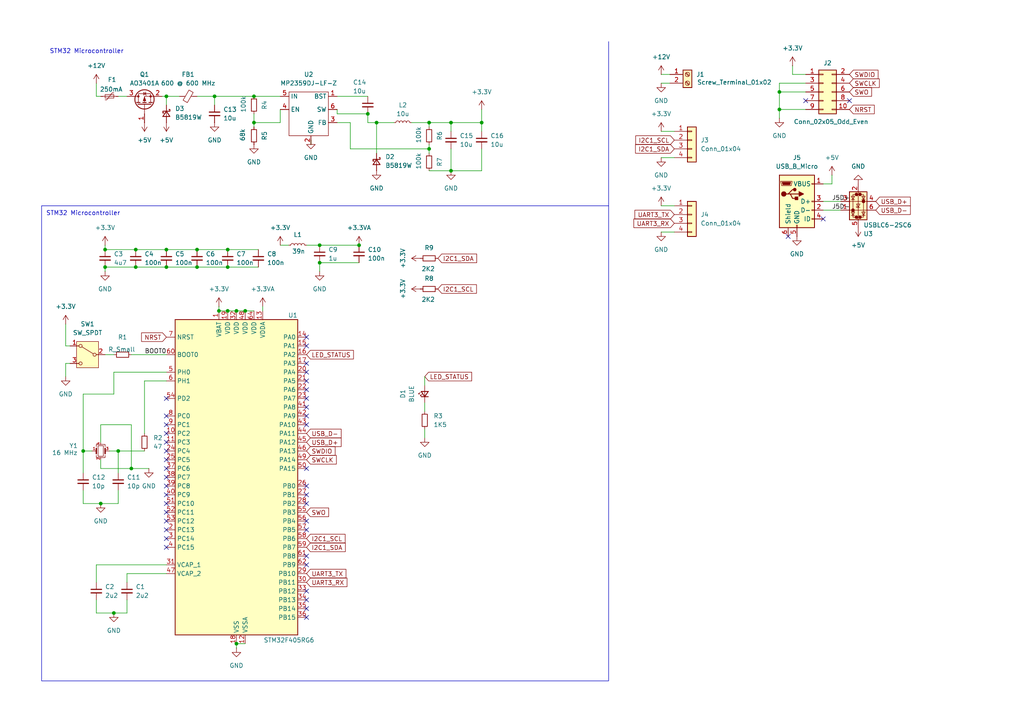
<source format=kicad_sch>
(kicad_sch (version 20231120) (generator "eeschema") (generator_version "8.0")
  (paper "A4")
  (title_block (title "STM32") (date "2024-12-11") (rev "V1.0") (company "NAYEB"))
  (lib_symbols
    (symbol "Connector:Screw_Terminal_01x02" (pin_names (offset 1.016) hide)
      (property "Reference" "J" (at 0 2.54 0))
      (property "Value" "Screw_Terminal_01x02" (at 0 -5.08 0))
      (symbol "Screw_Terminal_01x02_1_1"
        (pin passive line (at -5.08 0 0) (length 3.81) (name "Pin_1") (number "1"))
        (pin passive line (at -5.08 -2.54 0) (length 3.81) (name "Pin_2") (number "2"))
      )
    )
    (symbol "Connector:USB_B_Micro" (pin_names (offset 1.016))
      (property "Reference" "J" (at -5.08 11.43 0))
      (property "Value" "USB_B_Micro" (at -5.08 8.89 0))
      (symbol "USB_B_Micro_1_1"
        (pin power_out line (at 7.62 5.08 180) (length 2.54) (name "VBUS") (number "1"))
        (pin bidirectional line (at 7.62 -2.54 180) (length 2.54) (name "D-") (number "2"))
        (pin bidirectional line (at 7.62 0 180) (length 2.54) (name "D+") (number "3"))
        (pin passive line (at 7.62 -5.08 180) (length 2.54) (name "ID") (number "4"))
        (pin power_out line (at 0 -10.16 90) (length 2.54) (name "GND") (number "5"))
        (pin passive line (at -2.54 -10.16 90) (length 2.54) (name "Shield") (number "6"))
      )
    )
    (symbol "Connector_Generic:Conn_01x04" (pin_names (offset 1.016) hide)
      (property "Reference" "J" (at 0 5.08 0))
      (property "Value" "Conn_01x04" (at 0 -7.62 0))
      (symbol "Conn_01x04_1_1"
        (pin passive line (at -5.08 2.54 0) (length 3.81) (name "Pin_1") (number "1"))
        (pin passive line (at -5.08 0 0) (length 3.81) (name "Pin_2") (number "2"))
        (pin passive line (at -5.08 -2.54 0) (length 3.81) (name "Pin_3") (number "3"))
        (pin passive line (at -5.08 -5.08 0) (length 3.81) (name "Pin_4") (number "4"))
      )
    )
    (symbol "Connector_Generic:Conn_02x05_Odd_Even" (pin_names (offset 1.016) hide)
      (property "Reference" "J" (at 1.27 7.62 0))
      (property "Value" "Conn_02x05_Odd_Even" (at 1.27 -7.62 0))
      (symbol "Conn_02x05_Odd_Even_1_1"
        (pin passive line (at -5.08 5.08 0) (length 3.81) (name "Pin_1") (number "1"))
        (pin passive line (at 7.62 -5.08 180) (length 3.81) (name "Pin_10") (number "10"))
        (pin passive line (at 7.62 5.08 180) (length 3.81) (name "Pin_2") (number "2"))
        (pin passive line (at -5.08 2.54 0) (length 3.81) (name "Pin_3") (number "3"))
        (pin passive line (at 7.62 2.54 180) (length 3.81) (name "Pin_4") (number "4"))
        (pin passive line (at -5.08 0 0) (length 3.81) (name "Pin_5") (number "5"))
        (pin passive line (at 7.62 0 180) (length 3.81) (name "Pin_6") (number "6"))
        (pin passive line (at -5.08 -2.54 0) (length 3.81) (name "Pin_7") (number "7"))
        (pin passive line (at 7.62 -2.54 180) (length 3.81) (name "Pin_8") (number "8"))
        (pin passive line (at -5.08 -5.08 0) (length 3.81) (name "Pin_9") (number "9"))
      )
    )
    (symbol "Device:C_Small" (pin_numbers hide) (pin_names (offset 0.254) hide)
      (property "Reference" "C" (at 0.254 1.778 0))
      (property "Value" "C_Small" (at 0.254 -2.032 0))
      (symbol "C_Small_1_1"
        (pin passive line (at 0 2.54 270) (length 2.032) (name "~") (number "1"))
        (pin passive line (at 0 -2.54 90) (length 2.032) (name "~") (number "2"))
      )
    )
    (symbol "Device:Crystal_GND24_Small" (pin_names (offset 1.016) hide)
      (property "Reference" "Y" (at 1.27 4.445 0))
      (property "Value" "Crystal_GND24_Small" (at 1.27 2.54 0))
      (symbol "Crystal_GND24_Small_1_1"
        (pin passive line (at -2.54 0 0) (length 1.27) (name "1") (number "1"))
        (pin passive line (at 0 -2.54 90) (length 0.635) (name "2") (number "2"))
        (pin passive line (at 2.54 0 180) (length 1.27) (name "3") (number "3"))
        (pin passive line (at 0 2.54 270) (length 0.635) (name "4") (number "4"))
      )
    )
    (symbol "Device:D_Schottky_Small" (pin_numbers hide) (pin_names (offset 0.254) hide)
      (property "Reference" "D" (at -1.27 2.032 0))
      (property "Value" "D_Schottky_Small" (at -7.112 -2.032 0))
      (symbol "D_Schottky_Small_1_1"
        (pin passive line (at -2.54 0 0) (length 1.778) (name "K") (number "1"))
        (pin passive line (at 2.54 0 180) (length 1.778) (name "A") (number "2"))
      )
    )
    (symbol "Device:FerriteBead_Small" (pin_numbers hide) (pin_names (offset 0))
      (property "Reference" "FB" (at 1.905 1.27 0))
      (property "Value" "FerriteBead_Small" (at 1.905 -1.27 0))
      (symbol "FerriteBead_Small_1_1"
        (pin passive line (at 0 2.54 270) (length 1.27) (name "~") (number "1"))
        (pin passive line (at 0 -2.54 90) (length 1.27) (name "~") (number "2"))
      )
    )
    (symbol "Device:LED_Small" (pin_numbers hide) (pin_names (offset 0.254) hide)
      (property "Reference" "D" (at -1.27 3.175 0))
      (property "Value" "LED_Small" (at -4.445 -2.54 0))
      (symbol "LED_Small_1_1"
        (pin passive line (at -2.54 0 0) (length 1.778) (name "K") (number "1"))
        (pin passive line (at 2.54 0 180) (length 1.778) (name "A") (number "2"))
      )
    )
    (symbol "Device:L_Small" (pin_numbers hide) (pin_names (offset 0.254) hide)
      (property "Reference" "L" (at 0.762 1.016 0))
      (property "Value" "L_Small" (at 0.762 -1.016 0))
      (symbol "L_Small_1_1"
        (pin passive line (at 0 2.54 270) (length 0.508) (name "~") (number "1"))
        (pin passive line (at 0 -2.54 90) (length 0.508) (name "~") (number "2"))
      )
    )
    (symbol "Device:Polyfuse_Small" (pin_numbers hide) (pin_names (offset 0))
      (property "Reference" "F" (at -1.905 0 90))
      (property "Value" "Polyfuse_Small" (at 1.905 0 90))
      (symbol "Polyfuse_Small_1_1"
        (pin passive line (at 0 2.54 270) (length 0.635) (name "~") (number "1"))
        (pin passive line (at 0 -2.54 90) (length 0.635) (name "~") (number "2"))
      )
    )
    (symbol "Device:R_Small" (pin_numbers hide) (pin_names (offset 0.254) hide)
      (property "Reference" "R" (at 0.762 0.508 0))
      (property "Value" "R_Small" (at 0.762 -1.016 0))
      (symbol "R_Small_1_1"
        (pin passive line (at 0 2.54 270) (length 0.762) (name "~") (number "1"))
        (pin passive line (at 0 -2.54 90) (length 0.762) (name "~") (number "2"))
      )
    )
    (symbol "MCU_ST_STM32F4:STM32F405RGTx"
      (property "Reference" "U" (at -17.78 46.99 0))
      (property "Value" "STM32F405RGTx" (at 10.16 46.99 0))
      (symbol "STM32F405RGTx_1_1"
        (pin power_in line (at -5.08 48.26 270) (length 2.54) (name "VBAT") (number "1"))
        (pin bidirectional line (at -20.32 12.7 0) (length 2.54) (name "PC2") (number "10"))
        (pin bidirectional line (at -20.32 10.16 0) (length 2.54) (name "PC3") (number "11"))
        (pin power_in line (at 2.54 -48.26 90) (length 2.54) (name "VSSA") (number "12"))
        (pin power_in line (at 7.62 48.26 270) (length 2.54) (name "VDDA") (number "13"))
        (pin bidirectional line (at 20.32 40.64 180) (length 2.54) (name "PA0") (number "14"))
        (pin bidirectional line (at 20.32 38.1 180) (length 2.54) (name "PA1") (number "15"))
        (pin bidirectional line (at 20.32 35.56 180) (length 2.54) (name "PA2") (number "16"))
        (pin bidirectional line (at 20.32 33.02 180) (length 2.54) (name "PA3") (number "17"))
        (pin power_in line (at 0 -48.26 90) (length 2.54) (name "VSS") (number "18"))
        (pin power_in line (at -2.54 48.26 270) (length 2.54) (name "VDD") (number "19"))
        (pin bidirectional line (at -20.32 -15.24 0) (length 2.54) (name "PC13") (number "2"))
        (pin bidirectional line (at 20.32 30.48 180) (length 2.54) (name "PA4") (number "20"))
        (pin bidirectional line (at 20.32 27.94 180) (length 2.54) (name "PA5") (number "21"))
        (pin bidirectional line (at 20.32 25.4 180) (length 2.54) (name "PA6") (number "22"))
        (pin bidirectional line (at 20.32 22.86 180) (length 2.54) (name "PA7") (number "23"))
        (pin bidirectional line (at -20.32 7.62 0) (length 2.54) (name "PC4") (number "24"))
        (pin bidirectional line (at -20.32 5.08 0) (length 2.54) (name "PC5") (number "25"))
        (pin bidirectional line (at 20.32 -2.54 180) (length 2.54) (name "PB0") (number "26"))
        (pin bidirectional line (at 20.32 -5.08 180) (length 2.54) (name "PB1") (number "27"))
        (pin bidirectional line (at 20.32 -7.62 180) (length 2.54) (name "PB2") (number "28"))
        (pin bidirectional line (at 20.32 -27.94 180) (length 2.54) (name "PB10") (number "29"))
        (pin bidirectional line (at -20.32 -17.78 0) (length 2.54) (name "PC14") (number "3"))
        (pin bidirectional line (at 20.32 -30.48 180) (length 2.54) (name "PB11") (number "30"))
        (pin power_out line (at -20.32 -25.4 0) (length 2.54) (name "VCAP_1") (number "31"))
        (pin power_in line (at 0 48.26 270) (length 2.54) (name "VDD") (number "32"))
        (pin bidirectional line (at 20.32 -33.02 180) (length 2.54) (name "PB12") (number "33"))
        (pin bidirectional line (at 20.32 -35.56 180) (length 2.54) (name "PB13") (number "34"))
        (pin bidirectional line (at 20.32 -38.1 180) (length 2.54) (name "PB14") (number "35"))
        (pin bidirectional line (at 20.32 -40.64 180) (length 2.54) (name "PB15") (number "36"))
        (pin bidirectional line (at -20.32 2.54 0) (length 2.54) (name "PC6") (number "37"))
        (pin bidirectional line (at -20.32 0 0) (length 2.54) (name "PC7") (number "38"))
        (pin bidirectional line (at -20.32 -2.54 0) (length 2.54) (name "PC8") (number "39"))
        (pin bidirectional line (at -20.32 -20.32 0) (length 2.54) (name "PC15") (number "4"))
        (pin bidirectional line (at -20.32 -5.08 0) (length 2.54) (name "PC9") (number "40"))
        (pin bidirectional line (at 20.32 20.32 180) (length 2.54) (name "PA8") (number "41"))
        (pin bidirectional line (at 20.32 17.78 180) (length 2.54) (name "PA9") (number "42"))
        (pin bidirectional line (at 20.32 15.24 180) (length 2.54) (name "PA10") (number "43"))
        (pin bidirectional line (at 20.32 12.7 180) (length 2.54) (name "PA11") (number "44"))
        (pin bidirectional line (at 20.32 10.16 180) (length 2.54) (name "PA12") (number "45"))
        (pin bidirectional line (at 20.32 7.62 180) (length 2.54) (name "PA13") (number "46"))
        (pin power_out line (at -20.32 -27.94 0) (length 2.54) (name "VCAP_2") (number "47"))
        (pin power_in line (at 2.54 48.26 270) (length 2.54) (name "VDD") (number "48"))
        (pin bidirectional line (at 20.32 5.08 180) (length 2.54) (name "PA14") (number "49"))
        (pin bidirectional line (at -20.32 30.48 0) (length 2.54) (name "PH0") (number "5"))
        (pin bidirectional line (at 20.32 2.54 180) (length 2.54) (name "PA15") (number "50"))
        (pin bidirectional line (at -20.32 -7.62 0) (length 2.54) (name "PC10") (number "51"))
        (pin bidirectional line (at -20.32 -10.16 0) (length 2.54) (name "PC11") (number "52"))
        (pin bidirectional line (at -20.32 -12.7 0) (length 2.54) (name "PC12") (number "53"))
        (pin bidirectional line (at -20.32 22.86 0) (length 2.54) (name "PD2") (number "54"))
        (pin bidirectional line (at 20.32 -10.16 180) (length 2.54) (name "PB3") (number "55"))
        (pin bidirectional line (at 20.32 -12.7 180) (length 2.54) (name "PB4") (number "56"))
        (pin bidirectional line (at 20.32 -15.24 180) (length 2.54) (name "PB5") (number "57"))
        (pin bidirectional line (at 20.32 -17.78 180) (length 2.54) (name "PB6") (number "58"))
        (pin bidirectional line (at 20.32 -20.32 180) (length 2.54) (name "PB7") (number "59"))
        (pin bidirectional line (at -20.32 27.94 0) (length 2.54) (name "PH1") (number "6"))
        (pin input line (at -20.32 35.56 0) (length 2.54) (name "BOOT0") (number "60"))
        (pin bidirectional line (at 20.32 -22.86 180) (length 2.54) (name "PB8") (number "61"))
        (pin bidirectional line (at 20.32 -25.4 180) (length 2.54) (name "PB9") (number "62"))
        (pin passive line (at 0 -48.26 90) (length 2.54) hide (name "VSS") (number "63"))
        (pin power_in line (at 5.08 48.26 270) (length 2.54) (name "VDD") (number "64"))
        (pin input line (at -20.32 40.64 0) (length 2.54) (name "NRST") (number "7"))
        (pin bidirectional line (at -20.32 17.78 0) (length 2.54) (name "PC0") (number "8"))
        (pin bidirectional line (at -20.32 15.24 0) (length 2.54) (name "PC1") (number "9"))
      )
    )
    (symbol "Nayeb_lib:MP2359DJ-LF-Z"
      (property "Reference" "U" (at 0 5.334 0))
      (property "Value" "MP2359DJ-LF-Z" (at 2.032 2.286 0))
      (symbol "MP2359DJ-LF-Z_1_1"
        (pin input line (at 10.16 -1.27 180) (length 2.54) (name "BST") (number "1"))
        (pin input line (at 2.54 -15.24 90) (length 2.54) (name "GND") (number "2"))
        (pin input line (at 10.16 -8.89 180) (length 2.54) (name "FB") (number "3"))
        (pin input line (at -6.35 -5.08 0) (length 2.54) (name "EN") (number "4"))
        (pin input line (at -6.35 -1.27 0) (length 2.54) (name "IN") (number "5"))
        (pin input line (at 10.16 -5.08 180) (length 2.54) (name "SW") (number "6"))
      )
    )
    (symbol "Power_Protection:USBLC6-2SC6" (pin_names hide)
      (property "Reference" "U" (at 0.635 5.715 0))
      (property "Value" "USBLC6-2SC6" (at 0.635 3.81 0))
      (symbol "USBLC6-2SC6_1_1"
        (pin passive line (at -5.08 0 0) (length 2.54) (name "I/O1") (number "1"))
        (pin passive line (at 0 -7.62 90) (length 2.54) (name "GND") (number "2"))
        (pin passive line (at -5.08 -2.54 0) (length 2.54) (name "I/O2") (number "3"))
        (pin passive line (at 5.08 -2.54 180) (length 2.54) (name "I/O2") (number "4"))
        (pin passive line (at 0 5.08 270) (length 2.54) (name "VBUS") (number "5"))
        (pin passive line (at 5.08 0 180) (length 2.54) (name "I/O1") (number "6"))
      )
    )
    (symbol "Switch:SW_SPDT" (pin_names (offset 0) hide)
      (property "Reference" "SW" (at 0 5.08 0))
      (property "Value" "SW_SPDT" (at 0 -5.08 0))
      (symbol "SW_SPDT_1_1"
        (pin passive line (at 5.08 2.54 180) (length 2.54) (name "A") (number "1"))
        (pin passive line (at -5.08 0 0) (length 2.54) (name "B") (number "2"))
        (pin passive line (at 5.08 -2.54 180) (length 2.54) (name "C") (number "3"))
      )
    )
    (symbol "Transistor_FET:AO3401A" (pin_names hide)
      (property "Reference" "Q" (at 5.08 1.905 0))
      (property "Value" "AO3401A" (at 5.08 0 0))
      (symbol "AO3401A_1_1"
        (pin input line (at -5.08 0 0) (length 2.54) (name "G") (number "1"))
        (pin passive line (at 2.54 -5.08 90) (length 2.54) (name "S") (number "2"))
        (pin passive line (at 2.54 5.08 270) (length 2.54) (name "D") (number "3"))
      )
    )
    (symbol "power:+12V" (power) (pin_numbers hide) (pin_names (offset 0) hide)
      (property "Value" "+12V" (at 0 3.556 0))
      (symbol "+12V_1_1"
        (pin power_in line (at 0 0 90) (length 0) (name "~") (number "1"))
      )
    )
    (symbol "power:+3.3V" (power) (pin_numbers hide) (pin_names (offset 0) hide)
      (property "Value" "+3.3V" (at 0 3.556 0))
      (symbol "+3.3V_1_1"
        (pin power_in line (at 0 0 90) (length 0) (name "~") (number "1"))
      )
    )
    (symbol "power:+3.3VA" (power) (pin_numbers hide) (pin_names (offset 0) hide)
      (property "Value" "+3.3VA" (at 0 3.556 0))
      (symbol "+3.3VA_1_1"
        (pin power_in line (at 0 0 90) (length 0) (name "~") (number "1"))
      )
    )
    (symbol "power:+5V" (power) (pin_numbers hide) (pin_names (offset 0) hide)
      (property "Value" "+5V" (at 0 3.556 0))
      (symbol "+5V_1_1"
        (pin power_in line (at 0 0 90) (length 0) (name "~") (number "1"))
      )
    )
    (symbol "power:GND" (power) (pin_numbers hide) (pin_names (offset 0) hide)
      (property "Value" "GND" (at 0 -3.81 0))
      (symbol "GND_1_1"
        (pin power_in line (at 0 0 270) (length 0) (name "~") (number "1"))
      )
    )
  )
  (junction (at 139.7 35.56))
  (junction (at 30.48 72.39))
  (junction (at 39.37 77.47))
  (junction (at 29.21 146.05))
  (junction (at 226.06 26.67))
  (junction (at 92.71 76.2))
  (junction (at 66.04 90.17))
  (junction (at 63.5 90.17))
  (junction (at 34.29 130.81))
  (junction (at 24.13 130.81))
  (junction (at 226.06 31.75))
  (junction (at 73.66 35.56))
  (junction (at 48.26 77.47))
  (junction (at 104.14 71.12))
  (junction (at 71.12 90.17))
  (junction (at 73.66 27.94))
  (junction (at 57.15 77.47))
  (junction (at 33.02 177.8))
  (junction (at 124.46 43.18))
  (junction (at 130.81 49.53))
  (junction (at 38.1 135.89))
  (junction (at 124.46 35.56))
  (junction (at 106.68 33.02))
  (junction (at 92.71 71.12))
  (junction (at 62.23 27.94))
  (junction (at 66.04 77.47))
  (junction (at 39.37 72.39))
  (junction (at 68.58 186.69))
  (junction (at 48.26 72.39))
  (junction (at 68.58 90.17))
  (junction (at 130.81 35.56))
  (junction (at 109.22 35.56))
  (junction (at 48.26 27.94))
  (junction (at 57.15 72.39))
  (junction (at 66.04 72.39))
  (junction (at 30.48 77.47))
  (no_connect (at 48.26 120.65))
  (no_connect (at 48.26 135.89))
  (no_connect (at 88.9 140.97))
  (no_connect (at 88.9 151.13))
  (no_connect (at 48.26 143.51))
  (no_connect (at 48.26 153.67))
  (no_connect (at 88.9 143.51))
  (no_connect (at 88.9 176.53))
  (no_connect (at 48.26 148.59))
  (no_connect (at 88.9 100.33))
  (no_connect (at 88.9 97.79))
  (no_connect (at 88.9 173.99))
  (no_connect (at 48.26 146.05))
  (no_connect (at 88.9 105.41))
  (no_connect (at 48.26 130.81))
  (no_connect (at 48.26 158.75))
  (no_connect (at 238.76 63.5))
  (no_connect (at 48.26 140.97))
  (no_connect (at 48.26 151.13))
  (no_connect (at 48.26 138.43))
  (no_connect (at 88.9 113.03))
  (no_connect (at 88.9 135.89))
  (no_connect (at 88.9 123.19))
  (no_connect (at 88.9 107.95))
  (no_connect (at 88.9 118.11))
  (no_connect (at 48.26 156.21))
  (no_connect (at 88.9 153.67))
  (no_connect (at 88.9 179.07))
  (no_connect (at 228.6 68.58))
  (no_connect (at 88.9 146.05))
  (no_connect (at 88.9 161.29))
  (no_connect (at 48.26 133.35))
  (no_connect (at 88.9 115.57))
  (no_connect (at 233.68 29.21))
  (no_connect (at 88.9 110.49))
  (no_connect (at 48.26 128.27))
  (no_connect (at 48.26 125.73))
  (no_connect (at 48.26 115.57))
  (no_connect (at 48.26 123.19))
  (no_connect (at 88.9 163.83))
  (no_connect (at 88.9 120.65))
  (no_connect (at 246.38 29.21))
  (no_connect (at 88.9 171.45))
  (wire (pts (xy 226.06 26.67) (xy 226.06 31.75)))
  (wire (pts (xy 81.28 35.56) (xy 81.28 31.75)))
  (wire (pts (xy 66.04 90.17) (xy 68.58 90.17)))
  (wire (pts (xy 27.94 27.94) (xy 29.21 27.94)))
  (wire (pts (xy 30.48 72.39) (xy 39.37 72.39)))
  (wire (pts (xy 62.23 27.94) (xy 62.23 30.48)))
  (wire (pts (xy 73.66 35.56) (xy 81.28 35.56)))
  (wire (pts (xy 19.05 105.41) (xy 20.32 105.41)))
  (wire (pts (xy 36.83 166.37) (xy 48.26 166.37)))
  (wire (pts (xy 68.58 186.69) (xy 71.12 186.69)))
  (wire (pts (xy 34.29 130.81) (xy 41.91 130.81)))
  (wire (pts (xy 139.7 31.75) (xy 139.7 35.56)))
  (wire (pts (xy 24.13 142.24) (xy 24.13 146.05)))
  (wire (pts (xy 27.94 163.83) (xy 48.26 163.83)))
  (wire (pts (xy 30.48 102.87) (xy 33.02 102.87)))
  (wire (pts (xy 62.23 27.94) (xy 73.66 27.94)))
  (wire (pts (xy 76.2 88.9) (xy 76.2 90.17)))
  (wire (pts (xy 238.76 53.34) (xy 241.3 53.34)))
  (wire (pts (xy 41.91 110.49) (xy 48.26 110.49)))
  (wire (pts (xy 34.29 27.94) (xy 36.83 27.94)))
  (wire (pts (xy 191.77 38.1) (xy 195.58 38.1)))
  (wire (pts (xy 68.58 186.69) (xy 68.58 187.96)))
  (wire (pts (xy 41.91 110.49) (xy 41.91 125.73)))
  (wire (pts (xy 109.22 35.56) (xy 109.22 44.45)))
  (wire (pts (xy 139.7 49.53) (xy 130.81 49.53)))
  (wire (pts (xy 27.94 24.13) (xy 27.94 27.94)))
  (wire (pts (xy 123.19 111.76) (xy 123.19 109.22)))
  (wire (pts (xy 191.77 24.13) (xy 194.31 24.13)))
  (wire (pts (xy 92.71 76.2) (xy 104.14 76.2)))
  (wire (pts (xy 238.76 58.42) (xy 243.84 58.42)))
  (wire (pts (xy 226.06 31.75) (xy 233.68 31.75)))
  (wire (pts (xy 139.7 38.1) (xy 139.7 35.56)))
  (wire (pts (xy 109.22 35.56) (xy 106.68 35.56)))
  (wire (pts (xy 48.26 72.39) (xy 57.15 72.39)))
  (wire (pts (xy 101.6 43.18) (xy 124.46 43.18)))
  (wire (pts (xy 114.3 35.56) (xy 109.22 35.56)))
  (wire (pts (xy 97.79 33.02) (xy 97.79 31.75)))
  (wire (pts (xy 24.13 146.05) (xy 29.21 146.05)))
  (wire (pts (xy 29.21 135.89) (xy 29.21 133.35)))
  (wire (pts (xy 24.13 130.81) (xy 24.13 137.16)))
  (wire (pts (xy 30.48 77.47) (xy 39.37 77.47)))
  (wire (pts (xy 29.21 128.27) (xy 29.21 123.19)))
  (wire (pts (xy 81.28 71.12) (xy 83.82 71.12)))
  (wire (pts (xy 241.3 50.8) (xy 241.3 53.34)))
  (wire (pts (xy 27.94 168.91) (xy 27.94 163.83)))
  (wire (pts (xy 124.46 41.91) (xy 124.46 43.18)))
  (wire (pts (xy 31.75 130.81) (xy 34.29 130.81)))
  (wire (pts (xy 30.48 71.12) (xy 30.48 72.39)))
  (wire (pts (xy 63.5 88.9) (xy 63.5 90.17)))
  (wire (pts (xy 124.46 43.18) (xy 124.46 44.45)))
  (wire (pts (xy 66.04 72.39) (xy 74.93 72.39)))
  (wire (pts (xy 229.87 21.59) (xy 233.68 21.59)))
  (wire (pts (xy 191.77 67.31) (xy 195.58 67.31)))
  (wire (pts (xy 73.66 33.02) (xy 73.66 35.56)))
  (wire (pts (xy 139.7 43.18) (xy 139.7 49.53)))
  (wire (pts (xy 57.15 72.39) (xy 66.04 72.39)))
  (wire (pts (xy 71.12 90.17) (xy 73.66 90.17)))
  (wire (pts (xy 73.66 35.56) (xy 73.66 36.83)))
  (wire (pts (xy 34.29 142.24) (xy 34.29 146.05)))
  (wire (pts (xy 30.48 78.74) (xy 30.48 77.47)))
  (wire (pts (xy 57.15 27.94) (xy 62.23 27.94)))
  (wire (pts (xy 33.02 114.3) (xy 33.02 107.95)))
  (wire (pts (xy 81.28 27.94) (xy 73.66 27.94)))
  (wire (pts (xy 48.26 27.94) (xy 48.26 30.48)))
  (wire (pts (xy 38.1 102.87) (xy 48.26 102.87)))
  (wire (pts (xy 36.83 168.91) (xy 36.83 166.37)))
  (wire (pts (xy 229.87 19.05) (xy 229.87 21.59)))
  (wire (pts (xy 36.83 177.8) (xy 33.02 177.8)))
  (wire (pts (xy 226.06 24.13) (xy 226.06 26.67)))
  (wire (pts (xy 238.76 60.96) (xy 243.84 60.96)))
  (wire (pts (xy 90.17 41.91) (xy 90.17 40.64)))
  (wire (pts (xy 119.38 35.56) (xy 124.46 35.56)))
  (wire (pts (xy 130.81 38.1) (xy 130.81 35.56)))
  (wire (pts (xy 66.04 77.47) (xy 74.93 77.47)))
  (wire (pts (xy 19.05 93.98) (xy 19.05 100.33)))
  (wire (pts (xy 226.06 24.13) (xy 233.68 24.13)))
  (wire (pts (xy 48.26 27.94) (xy 52.07 27.94)))
  (wire (pts (xy 97.79 35.56) (xy 101.6 35.56)))
  (wire (pts (xy 36.83 173.99) (xy 36.83 177.8)))
  (wire (pts (xy 33.02 107.95) (xy 48.26 107.95)))
  (wire (pts (xy 97.79 27.94) (xy 106.68 27.94)))
  (wire (pts (xy 39.37 72.39) (xy 48.26 72.39)))
  (wire (pts (xy 233.68 26.67) (xy 226.06 26.67)))
  (wire (pts (xy 27.94 177.8) (xy 33.02 177.8)))
  (wire (pts (xy 26.67 130.81) (xy 24.13 130.81)))
  (wire (pts (xy 48.26 77.47) (xy 57.15 77.47)))
  (wire (pts (xy 124.46 35.56) (xy 124.46 36.83)))
  (wire (pts (xy 88.9 71.12) (xy 92.71 71.12)))
  (wire (pts (xy 68.58 90.17) (xy 71.12 90.17)))
  (wire (pts (xy 27.94 173.99) (xy 27.94 177.8)))
  (wire (pts (xy 19.05 105.41) (xy 19.05 109.22)))
  (wire (pts (xy 24.13 114.3) (xy 33.02 114.3)))
  (wire (pts (xy 123.19 124.46) (xy 123.19 127)))
  (wire (pts (xy 130.81 35.56) (xy 124.46 35.56)))
  (wire (pts (xy 123.19 116.84) (xy 123.19 119.38)))
  (wire (pts (xy 106.68 33.02) (xy 97.79 33.02)))
  (wire (pts (xy 24.13 114.3) (xy 24.13 130.81)))
  (wire (pts (xy 226.06 31.75) (xy 226.06 34.29)))
  (wire (pts (xy 92.71 76.2) (xy 92.71 78.74)))
  (wire (pts (xy 34.29 130.81) (xy 34.29 137.16)))
  (wire (pts (xy 191.77 21.59) (xy 194.31 21.59)))
  (wire (pts (xy 106.68 35.56) (xy 106.68 33.02)))
  (wire (pts (xy 124.46 49.53) (xy 130.81 49.53)))
  (wire (pts (xy 191.77 45.72) (xy 195.58 45.72)))
  (wire (pts (xy 34.29 146.05) (xy 29.21 146.05)))
  (wire (pts (xy 19.05 100.33) (xy 20.32 100.33)))
  (wire (pts (xy 38.1 135.89) (xy 43.18 135.89)))
  (wire (pts (xy 38.1 135.89) (xy 29.21 135.89)))
  (wire (pts (xy 191.77 59.69) (xy 195.58 59.69)))
  (wire (pts (xy 39.37 77.47) (xy 48.26 77.47)))
  (wire (pts (xy 57.15 77.47) (xy 66.04 77.47)))
  (wire (pts (xy 38.1 123.19) (xy 38.1 135.89)))
  (wire (pts (xy 29.21 123.19) (xy 38.1 123.19)))
  (wire (pts (xy 101.6 35.56) (xy 101.6 43.18)))
  (wire (pts (xy 63.5 90.17) (xy 66.04 90.17)))
  (wire (pts (xy 92.71 71.12) (xy 104.14 71.12)))
  (wire (pts (xy 130.81 43.18) (xy 130.81 49.53)))
  (wire (pts (xy 139.7 35.56) (xy 130.81 35.56)))
  (polyline (pts (xy 176.53 12.065) (xy 176.53 59.69)))
  (wire (pts (xy 46.99 27.94) (xy 48.26 27.94)))
  (rectangle (start 12.065 59.69) (end 176.53 197.485))
  (text "STM32 Microcontroller\n" (at 25.146 14.986 0) (effects (font (size 1.27 1.27))))
  (text "STM32 Microcontroller\n" (at 24.13 61.976 0) (effects (font (size 1.27 1.27))))
  (label "J5D+" (at 241.3 58.42 0))
  (label "BOOT0" (at 48.26 102.87 180))
  (label "J5D-" (at 241.3 60.96 0))
  (global_label "SWO" (shape input) (at 246.38 26.67 0) (property "Intersheetrefs" "${INTERSHEET_REFS}" (effects (hide yes))))
  (global_label "SWCLK" (shape input) (at 88.9 133.35 0) (property "Intersheetrefs" "${INTERSHEET_REFS}" (effects (hide yes))))
  (global_label "SWDIO" (shape input) (at 246.38 21.59 0) (property "Intersheetrefs" "${INTERSHEET_REFS}" (effects (hide yes))))
  (global_label "USB_D+" (shape input) (at 88.9 128.27 0) (property "Intersheetrefs" "${INTERSHEET_REFS}" (effects (hide yes))))
  (global_label "USB_D-" (shape input) (at 88.9 125.73 0) (property "Intersheetrefs" "${INTERSHEET_REFS}" (effects (hide yes))))
  (global_label "UART3_TX" (shape input) (at 88.9 166.37 0) (property "Intersheetrefs" "${INTERSHEET_REFS}" (effects (hide yes))))
  (global_label "NRST" (shape input) (at 48.26 97.79 180) (property "Intersheetrefs" "${INTERSHEET_REFS}" (effects (hide yes))))
  (global_label "UART3_RX" (shape input) (at 88.9 168.91 0) (property "Intersheetrefs" "${INTERSHEET_REFS}" (effects (hide yes))))
  (global_label "SWDIO" (shape input) (at 88.9 130.81 0) (property "Intersheetrefs" "${INTERSHEET_REFS}" (effects (hide yes))))
  (global_label "LED_STATUS" (shape input) (at 88.9 102.87 0) (property "Intersheetrefs" "${INTERSHEET_REFS}" (effects (hide yes))))
  (global_label "LED_STATUS" (shape input) (at 123.19 109.22 0) (property "Intersheetrefs" "${INTERSHEET_REFS}" (effects (hide yes))))
  (global_label "NRST" (shape input) (at 246.38 31.75 0) (property "Intersheetrefs" "${INTERSHEET_REFS}" (effects (hide yes))))
  (global_label "I2C1_SDA" (shape input) (at 88.9 158.75 0) (property "Intersheetrefs" "${INTERSHEET_REFS}" (effects (hide yes))))
  (global_label "USB_D+" (shape input) (at 254 58.42 0) (property "Intersheetrefs" "${INTERSHEET_REFS}" (effects (hide yes))))
  (global_label "UART3_RX" (shape input) (at 195.58 64.77 180) (property "Intersheetrefs" "${INTERSHEET_REFS}" (effects (hide yes))))
  (global_label "SWO" (shape input) (at 88.9 148.59 0) (property "Intersheetrefs" "${INTERSHEET_REFS}" (effects (hide yes))))
  (global_label "UART3_TX" (shape input) (at 195.58 62.23 180) (property "Intersheetrefs" "${INTERSHEET_REFS}" (effects (hide yes))))
  (global_label "I2C1_SDA" (shape input) (at 195.58 43.18 180) (property "Intersheetrefs" "${INTERSHEET_REFS}" (effects (hide yes))))
  (global_label "I2C1_SCL" (shape input) (at 195.58 40.64 180) (property "Intersheetrefs" "${INTERSHEET_REFS}" (effects (hide yes))))
  (global_label "I2C1_SCL" (shape input) (at 88.9 156.21 0) (property "Intersheetrefs" "${INTERSHEET_REFS}" (effects (hide yes))))
  (global_label "I2C1_SDA" (shape input) (at 127 74.93 0) (property "Intersheetrefs" "${INTERSHEET_REFS}" (effects (hide yes))))
  (global_label "SWCLK" (shape input) (at 246.38 24.13 0) (property "Intersheetrefs" "${INTERSHEET_REFS}" (effects (hide yes))))
  (global_label "I2C1_SCL" (shape input) (at 127 83.82 0) (property "Intersheetrefs" "${INTERSHEET_REFS}" (effects (hide yes))))
  (global_label "USB_D-" (shape input) (at 254 60.96 0) (property "Intersheetrefs" "${INTERSHEET_REFS}" (effects (hide yes))))
  (symbol (lib_id "power:GND") (at 62.23 35.56 0) (unit 1)
    (property "Reference" "#PWR016" (effects (hide yes)))
    (property "Value" "GND" (at 62.23 40.64 0))
    (property "Description" "Power symbol creates a global label with name \"GND\" , ground" (effects (hide yes)))
  )
  (symbol (lib_id "Device:C_Small") (at 106.68 30.48 0) (unit 1)
    (property "Reference" "C14" (at 102.362 23.876 0) (effects (justify left)))
    (property "Value" "10u" (at 102.362 26.416 0) (effects (justify left)))
    (property "Footprint" "Capacitor_SMD:C_1206_3216Metric" (effects (hide yes)))
    (property "Description" "Unpolarized capacitor, small symbol" (effects (hide yes)))
  )
  (symbol (lib_id "power:+3.3V") (at 121.92 74.93 90) (mirror x) (unit 1)
    (property "Reference" "#PWR026" (effects (hide yes)))
    (property "Value" "+3.3V" (at 116.84 74.93 0))
    (property "Description" "Power symbol creates a global label with name \"+3.3V\"" (effects (hide yes)))
  )
  (symbol (lib_id "power:GND") (at 123.19 127 0) (unit 1)
    (property "Reference" "#PWR013" (effects (hide yes)))
    (property "Value" "GND" (at 123.19 132.08 0))
    (property "Description" "Power symbol creates a global label with name \"GND\" , ground" (effects (hide yes)))
  )
  (symbol (lib_id "Nayeb_lib:MP2359DJ-LF-Z") (at 87.63 26.67 0) (unit 1)
    (property "Reference" "U2" (at 89.535 21.59 0))
    (property "Value" "MP2359DJ-LF-Z" (at 89.535 24.13 0))
    (property "Footprint" "Package_TO_SOT_SMD:SOT-23-6" (effects (hide yes)))
  )
  (symbol (lib_id "Device:R_Small") (at 124.46 74.93 270) (mirror x) (unit 1)
    (property "Reference" "R9" (at 124.46 71.882 90))
    (property "Value" "2K2" (at 124.206 77.978 90))
    (property "Footprint" "Resistor_SMD:R_0603_1608Metric" (effects (hide yes)))
    (property "Description" "Resistor, small symbol" (effects (hide yes)))
  )
  (symbol (lib_id "Connector_Generic:Conn_01x04") (at 200.66 40.64 0) (unit 1)
    (property "Reference" "J3" (at 203.2 40.6399 0) (effects (justify left)))
    (property "Value" "Conn_01x04" (at 203.2 43.1799 0) (effects (justify left)))
    (property "Footprint" "Connector_Molex:Molex_PicoBlade_53048-0410_1x04_P1.25mm_Horizontal" (effects (hide yes)))
    (property "Description" "Generic connector, single row, 01x04, script generated (kicad-library-utils/schlib/autogen/connector/)" (effects (hide yes)))
  )
  (symbol (lib_id "Device:C_Small") (at 30.48 74.93 0) (unit 1)
    (property "Reference" "C3" (at 33.02 73.6662 0) (effects (justify left)))
    (property "Value" "4u7" (at 33.02 76.2062 0) (effects (justify left)))
    (property "Footprint" "Capacitor_SMD:C_0603_1608Metric" (effects (hide yes)))
    (property "Description" "Unpolarized capacitor, small symbol" (effects (hide yes)))
  )
  (symbol (lib_id "Device:R_Small") (at 73.66 30.48 0) (mirror x) (unit 1)
    (property "Reference" "R4" (at 76.708 30.48 90))
    (property "Value" "100k" (at 70.612 30.226 90))
    (property "Footprint" "Resistor_SMD:R_0603_1608Metric" (effects (hide yes)))
    (property "Description" "Resistor, small symbol" (effects (hide yes)))
  )
  (symbol (lib_id "Connector_Generic:Conn_02x05_Odd_Even") (at 238.76 26.67 0) (unit 1)
    (property "Reference" "J2" (at 240.03 18.288 0))
    (property "Value" "Conn_02x05_Odd_Even" (at 241.046 35.306 0))
    (property "Footprint" "Connector_PinSocket_1.27mm:PinSocket_2x05_P1.27mm_Vertical_SMD" (effects (hide yes)))
    (property "Description" "Generic connector, double row, 02x05, odd/even pin numbering scheme (row 1 odd numbers, row 2 even numbers), script generated (kicad-library-utils/schlib/autogen/connector/)" (effects (hide yes)))
  )
  (symbol (lib_id "power:+3.3V") (at 229.87 19.05 0) (unit 1)
    (property "Reference" "#PWR023" (effects (hide yes)))
    (property "Value" "+3.3V" (at 229.87 13.97 0))
    (property "Description" "Power symbol creates a global label with name \"+3.3V\"" (effects (hide yes)))
  )
  (symbol (lib_id "Device:Crystal_GND24_Small") (at 29.21 130.81 0) (unit 1)
    (property "Reference" "Y1" (at 21.336 129.286 0))
    (property "Value" "16 MHz" (at 18.796 131.318 0))
    (property "Footprint" "Crystal:Crystal_SMD_3225-4Pin_3.2x2.5mm" (effects (hide yes)))
    (property "Datasheet" "https://mm.digikey.com/Volume0/opasdata/d220001/medias/docus/1859/CX3225SB16000D0GZJC1_Spec.pdf" (effects (hide yes)))
    (property "Description" "Four pin crystal, GND on pins 2 and 4, small symbol" (effects (hide yes)))
  )
  (symbol (lib_id "Device:C_Small") (at 139.7 40.64 0) (unit 1)
    (property "Reference" "C16" (at 142.24 39.3762 0) (effects (justify left)))
    (property "Value" "10u" (at 142.24 41.9162 0) (effects (justify left)))
    (property "Footprint" "Capacitor_SMD:C_1206_3216Metric" (effects (hide yes)))
    (property "Description" "Unpolarized capacitor, small symbol" (effects (hide yes)))
  )
  (symbol (lib_id "power:+3.3V") (at 191.77 38.1 0) (unit 1)
    (property "Reference" "#PWR027" (effects (hide yes)))
    (property "Value" "+3.3V" (at 191.77 33.02 0))
    (property "Description" "Power symbol creates a global label with name \"+3.3V\"" (effects (hide yes)))
  )
  (symbol (lib_id "Device:R_Small") (at 124.46 46.99 0) (mirror x) (unit 1)
    (property "Reference" "R7" (at 127.508 46.99 90))
    (property "Value" "100k" (at 121.412 46.736 90))
    (property "Footprint" "Resistor_SMD:R_0603_1608Metric" (effects (hide yes)))
    (property "Description" "Resistor, small symbol" (effects (hide yes)))
  )
  (symbol (lib_id "power:GND") (at 92.71 78.74 0) (unit 1)
    (property "Reference" "#PWR010" (effects (hide yes)))
    (property "Value" "GND" (at 92.71 83.82 0))
    (property "Description" "Power symbol creates a global label with name \"GND\" , ground" (effects (hide yes)))
  )
  (symbol (lib_id "power:GND") (at 130.81 49.53 0) (unit 1)
    (property "Reference" "#PWR019" (effects (hide yes)))
    (property "Value" "GND" (at 130.81 54.61 0))
    (property "Description" "Power symbol creates a global label with name \"GND\" , ground" (effects (hide yes)))
  )
  (symbol (lib_id "power:+5V") (at 41.91 35.56 180) (unit 1)
    (property "Reference" "#PWR032" (effects (hide yes)))
    (property "Value" "+5V" (at 41.91 40.64 0))
    (property "Description" "Power symbol creates a global label with name \"+5V\"" (effects (hide yes)))
  )
  (symbol (lib_id "Transistor_FET:AO3401A") (at 41.91 30.48 90) (unit 1)
    (property "Reference" "Q1" (at 41.91 21.59 90))
    (property "Value" "AO3401A" (at 41.91 24.13 90))
    (property "Footprint" "Package_TO_SOT_SMD:SOT-23" (effects (hide yes)))
    (property "Datasheet" "http://www.aosmd.com/pdfs/datasheet/AO3401A.pdf" (effects (hide yes)))
    (property "Description" "-4.0A Id, -30V Vds, P-Channel MOSFET, SOT-23" (effects (hide yes)))
  )
  (symbol (lib_id "Device:FerriteBead_Small") (at 54.61 27.94 90) (unit 1)
    (property "Reference" "FB1" (at 54.5719 21.59 90))
    (property "Value" "600 @ 600 MHz" (at 54.5719 24.13 90))
    (property "Footprint" "Inductor_SMD:L_0805_2012Metric" (effects (hide yes)))
    (property "Description" "Ferrite bead, small symbol" (effects (hide yes)))
  )
  (symbol (lib_id "power:+3.3V") (at 63.5 88.9 0) (unit 1)
    (property "Reference" "#PWR02" (effects (hide yes)))
    (property "Value" "+3.3V" (at 63.5 83.82 0))
    (property "Description" "Power symbol creates a global label with name \"+3.3V\"" (effects (hide yes)))
  )
  (symbol (lib_id "Device:C_Small") (at 39.37 74.93 0) (unit 1)
    (property "Reference" "C4" (at 41.91 73.6662 0) (effects (justify left)))
    (property "Value" "100n" (at 41.91 76.2062 0) (effects (justify left)))
    (property "Footprint" "Capacitor_SMD:C_0402_1005Metric" (effects (hide yes)))
    (property "Description" "Unpolarized capacitor, small symbol" (effects (hide yes)))
  )
  (symbol (lib_id "power:GND") (at 43.18 135.89 0) (unit 1)
    (property "Reference" "#PWR037" (effects (hide yes)))
    (property "Value" "GND" (at 43.18 140.97 0))
    (property "Description" "Power symbol creates a global label with name \"GND\" , ground" (effects (hide yes)))
  )
  (symbol (lib_id "Device:C_Small") (at 92.71 73.66 0) (unit 1)
    (property "Reference" "C9" (at 95.25 72.3962 0) (effects (justify left)))
    (property "Value" "1u" (at 95.25 74.9362 0) (effects (justify left)))
    (property "Footprint" "Capacitor_SMD:C_0402_1005Metric" (effects (hide yes)))
    (property "Description" "Unpolarized capacitor, small symbol" (effects (hide yes)))
  )
  (symbol (lib_id "power:GND") (at 231.14 68.58 0) (unit 1)
    (property "Reference" "#PWR031" (effects (hide yes)))
    (property "Value" "GND" (at 231.14 73.66 0))
    (property "Description" "Power symbol creates a global label with name \"GND\" , ground" (effects (hide yes)))
  )
  (symbol (lib_id "Device:C_Small") (at 57.15 74.93 0) (unit 1)
    (property "Reference" "C6" (at 59.69 73.6662 0) (effects (justify left)))
    (property "Value" "100n" (at 59.69 76.2062 0) (effects (justify left)))
    (property "Footprint" "Capacitor_SMD:C_0402_1005Metric" (effects (hide yes)))
    (property "Description" "Unpolarized capacitor, small symbol" (effects (hide yes)))
  )
  (symbol (lib_id "Device:C_Small") (at 74.93 74.93 0) (unit 1)
    (property "Reference" "C8" (at 77.47 73.6662 0) (effects (justify left)))
    (property "Value" "100n" (at 77.47 76.2062 0) (effects (justify left)))
    (property "Footprint" "Capacitor_SMD:C_0402_1005Metric" (effects (hide yes)))
    (property "Description" "Unpolarized capacitor, small symbol" (effects (hide yes)))
  )
  (symbol (lib_id "Device:R_Small") (at 123.19 121.92 0) (unit 1)
    (property "Reference" "R3" (at 125.73 120.6499 0) (effects (justify left)))
    (property "Value" "1K5" (at 125.73 123.1899 0) (effects (justify left)))
    (property "Footprint" "Resistor_SMD:R_0603_1608Metric" (effects (hide yes)))
    (property "Description" "Resistor, small symbol" (effects (hide yes)))
  )
  (symbol (lib_id "Device:C_Small") (at 62.23 33.02 0) (unit 1)
    (property "Reference" "C13" (at 64.77 31.7562 0) (effects (justify left)))
    (property "Value" "10u" (at 64.77 34.2962 0) (effects (justify left)))
    (property "Footprint" "Capacitor_SMD:C_1206_3216Metric" (effects (hide yes)))
    (property "Description" "Unpolarized capacitor, small symbol" (effects (hide yes)))
  )
  (symbol (lib_id "Device:L_Small") (at 116.84 35.56 90) (unit 1)
    (property "Reference" "L2" (at 116.84 30.48 90))
    (property "Value" "10u" (at 116.84 33.02 90))
    (property "Footprint" "Inductor_SMD:L_Sunlord_MWSA0518S" (effects (hide yes)))
    (property "Description" "Inductor, small symbol" (effects (hide yes)))
  )
  (symbol (lib_id "Connector:USB_B_Micro") (at 231.14 58.42 0) (unit 1)
    (property "Reference" "J5" (at 231.14 45.72 0))
    (property "Value" "USB_B_Micro" (at 231.14 48.26 0))
    (property "Footprint" "Connector_USB:USB_Micro-B_Amphenol_10118193-0001LF_Horizontal" (effects (hide yes)))
    (property "Description" "USB Micro Type B connector" (effects (hide yes)))
  )
  (symbol (lib_id "Device:R_Small") (at 124.46 83.82 270) (mirror x) (unit 1)
    (property "Reference" "R8" (at 124.46 80.772 90))
    (property "Value" "2K2" (at 124.206 86.868 90))
    (property "Footprint" "Resistor_SMD:R_0603_1608Metric" (effects (hide yes)))
    (property "Description" "Resistor, small symbol" (effects (hide yes)))
  )
  (symbol (lib_id "Device:C_Small") (at 48.26 74.93 0) (unit 1)
    (property "Reference" "C5" (at 50.8 73.6662 0) (effects (justify left)))
    (property "Value" "100n" (at 50.8 76.2062 0) (effects (justify left)))
    (property "Footprint" "Capacitor_SMD:C_0402_1005Metric" (effects (hide yes)))
    (property "Description" "Unpolarized capacitor, small symbol" (effects (hide yes)))
  )
  (symbol (lib_id "power:+12V") (at 191.77 21.59 0) (unit 1)
    (property "Reference" "#PWR022" (effects (hide yes)))
    (property "Value" "+12V" (at 191.77 16.51 0))
    (property "Description" "Power symbol creates a global label with name \"+12V\"" (effects (hide yes)))
  )
  (symbol (lib_id "Device:C_Small") (at 24.13 139.7 0) (unit 1)
    (property "Reference" "C12" (at 26.67 138.4362 0) (effects (justify left)))
    (property "Value" "10p" (at 26.67 140.9762 0) (effects (justify left)))
    (property "Footprint" "Capacitor_SMD:C_0402_1005Metric" (effects (hide yes)))
    (property "Datasheet" "https://mm.digikey.com/Volume0/opasdata/d220001/medias/docus/609/CL05B104KP5NNNC_Spec.pdf" (effects (hide yes)))
    (property "Description" "Unpolarized capacitor, small symbol" (effects (hide yes)))
  )
  (symbol (lib_id "Device:R_Small") (at 73.66 39.37 0) (mirror x) (unit 1)
    (property "Reference" "R5" (at 76.708 39.37 90))
    (property "Value" "68k" (at 70.358 39.116 90))
    (property "Footprint" "Resistor_SMD:R_0603_1608Metric" (effects (hide yes)))
    (property "Description" "Resistor, small symbol" (effects (hide yes)))
  )
  (symbol (lib_id "power:+3.3V") (at 121.92 83.82 90) (mirror x) (unit 1)
    (property "Reference" "#PWR025" (effects (hide yes)))
    (property "Value" "+3.3V" (at 116.84 83.82 0))
    (property "Description" "Power symbol creates a global label with name \"+3.3V\"" (effects (hide yes)))
  )
  (symbol (lib_id "power:+3.3VA") (at 76.2 88.9 0) (unit 1)
    (property "Reference" "#PWR03" (effects (hide yes)))
    (property "Value" "+3.3VA" (at 76.2 83.82 0))
    (property "Description" "Power symbol creates a global label with name \"+3.3VA\"" (effects (hide yes)))
  )
  (symbol (lib_id "Device:R_Small") (at 41.91 128.27 0) (unit 1)
    (property "Reference" "R2" (at 44.45 126.9999 0) (effects (justify left)))
    (property "Value" "47" (at 44.45 129.5399 0) (effects (justify left)))
    (property "Footprint" "Resistor_SMD:R_0402_1005Metric" (effects (hide yes)))
    (property "Description" "Resistor, small symbol" (effects (hide yes)))
  )
  (symbol (lib_id "Connector_Generic:Conn_01x04") (at 200.66 62.23 0) (unit 1)
    (property "Reference" "J4" (at 203.2 62.2299 0) (effects (justify left)))
    (property "Value" "Conn_01x04" (at 203.2 64.7699 0) (effects (justify left)))
    (property "Footprint" "Connector_Molex:Molex_PicoBlade_53048-0410_1x04_P1.25mm_Horizontal" (effects (hide yes)))
    (property "Description" "Generic connector, single row, 01x04, script generated (kicad-library-utils/schlib/autogen/connector/)" (effects (hide yes)))
  )
  (symbol (lib_id "power:GND") (at 30.48 78.74 0) (unit 1)
    (property "Reference" "#PWR08" (effects (hide yes)))
    (property "Value" "GND" (at 30.48 83.82 0))
    (property "Description" "Power symbol creates a global label with name \"GND\" , ground" (effects (hide yes)))
  )
  (symbol (lib_id "Device:L_Small") (at 86.36 71.12 90) (unit 1)
    (property "Reference" "L1" (at 86.36 68.072 90))
    (property "Value" "39n" (at 86.614 72.898 90))
    (property "Footprint" "Inductor_SMD:L_0402_1005Metric" (effects (hide yes)))
    (property "Description" "Inductor, small symbol" (effects (hide yes)))
  )
  (symbol (lib_id "Power_Protection:USBLC6-2SC6") (at 248.92 60.96 0) (mirror x) (unit 1)
    (property "Reference" "U3" (at 250.444 67.818 0) (effects (justify left)))
    (property "Value" "USBLC6-2SC6" (at 250.444 65.278 0) (effects (justify left)))
    (property "Footprint" "Package_TO_SOT_SMD:SOT-23-6" (effects (hide yes)))
    (property "Datasheet" "https://www.st.com/resource/en/datasheet/usblc6-2.pdf" (effects (hide yes)))
    (property "Description" "Very low capacitance ESD protection diode, 2 data-line, SOT-23-6" (effects (hide yes)))
  )
  (symbol (lib_id "power:GND") (at 109.22 49.53 0) (unit 1)
    (property "Reference" "#PWR018" (effects (hide yes)))
    (property "Value" "GND" (at 109.22 54.61 0))
    (property "Description" "Power symbol creates a global label with name \"GND\" , ground" (effects (hide yes)))
  )
  (symbol (lib_id "power:GND") (at 191.77 67.31 0) (unit 1)
    (property "Reference" "#PWR030" (effects (hide yes)))
    (property "Value" "GND" (at 191.77 72.39 0))
    (property "Description" "Power symbol creates a global label with name \"GND\" , ground" (effects (hide yes)))
  )
  (symbol (lib_id "power:+5V") (at 241.3 50.8 0) (unit 1)
    (property "Reference" "#PWR033" (effects (hide yes)))
    (property "Value" "+5V" (at 241.3 45.72 0))
    (property "Description" "Power symbol creates a global label with name \"+5V\"" (effects (hide yes)))
  )
  (symbol (lib_id "Device:D_Schottky_Small") (at 48.26 33.02 270) (unit 1)
    (property "Reference" "D3" (at 50.8 31.4959 90) (effects (justify left)))
    (property "Value" "B5819W" (at 50.8 34.0359 90) (effects (justify left)))
    (property "Footprint" "Diode_SMD:D_SOD-123" (effects (hide yes)))
    (property "Description" "Schottky diode, small symbol" (effects (hide yes)))
  )
  (symbol (lib_id "power:GND") (at 19.05 109.22 0) (mirror y) (unit 1)
    (property "Reference" "#PWR06" (effects (hide yes)))
    (property "Value" "GND" (at 19.05 114.3 0))
    (property "Description" "Power symbol creates a global label with name \"GND\" , ground" (effects (hide yes)))
  )
  (symbol (lib_id "Device:C_Small") (at 36.83 171.45 0) (unit 1)
    (property "Reference" "C1" (at 39.37 170.1862 0) (effects (justify left)))
    (property "Value" "2u2" (at 39.37 172.7262 0) (effects (justify left)))
    (property "Footprint" "Capacitor_SMD:C_0603_1608Metric" (effects (hide yes)))
    (property "Description" "Unpolarized capacitor, small symbol" (effects (hide yes)))
  )
  (symbol (lib_id "Device:C_Small") (at 34.29 139.7 0) (unit 1)
    (property "Reference" "C11" (at 36.83 138.4362 0) (effects (justify left)))
    (property "Value" "10p" (at 36.83 140.9762 0) (effects (justify left)))
    (property "Footprint" "Capacitor_SMD:C_0402_1005Metric" (effects (hide yes)))
    (property "Datasheet" "https://mm.digikey.com/Volume0/opasdata/d220001/medias/docus/609/CL05B104KP5NNNC_Spec.pdf" (effects (hide yes)))
    (property "Description" "Unpolarized capacitor, small symbol" (effects (hide yes)))
  )
  (symbol (lib_id "Device:C_Small") (at 104.14 73.66 0) (unit 1)
    (property "Reference" "C10" (at 106.68 72.3962 0) (effects (justify left)))
    (property "Value" "100n" (at 106.68 74.9362 0) (effects (justify left)))
    (property "Footprint" "Capacitor_SMD:C_0402_1005Metric" (effects (hide yes)))
    (property "Description" "Unpolarized capacitor, small symbol" (effects (hide yes)))
  )
  (symbol (lib_id "power:+3.3V") (at 81.28 71.12 0) (unit 1)
    (property "Reference" "#PWR09" (effects (hide yes)))
    (property "Value" "+3.3V" (at 81.28 66.04 0))
    (property "Description" "Power symbol creates a global label with name \"+3.3V\"" (effects (hide yes)))
  )
  (symbol (lib_id "power:+5V") (at 48.26 35.56 180) (unit 1)
    (property "Reference" "#PWR036" (effects (hide yes)))
    (property "Value" "+5V" (at 48.26 40.64 0))
    (property "Description" "Power symbol creates a global label with name \"+5V\"" (effects (hide yes)))
  )
  (symbol (lib_id "power:+3.3V") (at 139.7 31.75 0) (unit 1)
    (property "Reference" "#PWR020" (effects (hide yes)))
    (property "Value" "+3.3V" (at 139.7 26.67 0))
    (property "Description" "Power symbol creates a global label with name \"+3.3V\"" (effects (hide yes)))
  )
  (symbol (lib_id "Device:R_Small") (at 35.56 102.87 270) (mirror x) (unit 1)
    (property "Reference" "R1" (at 35.56 97.79 90))
    (property "Value" "R_Small" (at 35.306 101.346 90))
    (property "Footprint" "Resistor_SMD:R_0402_1005Metric" (effects (hide yes)))
    (property "Description" "Resistor, small symbol" (effects (hide yes)))
  )
  (symbol (lib_id "Device:LED_Small") (at 123.19 114.3 90) (unit 1)
    (property "Reference" "D1" (at 116.84 114.2365 0))
    (property "Value" "BLUE" (at 119.38 114.2365 0))
    (property "Footprint" "LED_SMD:LED_0603_1608Metric" (effects (hide yes)))
    (property "Description" "Light emitting diode, small symbol" (effects (hide yes)))
  )
  (symbol (lib_id "Device:R_Small") (at 124.46 39.37 0) (mirror x) (unit 1)
    (property "Reference" "R6" (at 127.508 39.37 90))
    (property "Value" "100k" (at 121.412 39.116 90))
    (property "Footprint" "Resistor_SMD:R_0603_1608Metric" (effects (hide yes)))
    (property "Description" "Resistor, small symbol" (effects (hide yes)))
  )
  (symbol (lib_id "Device:C_Small") (at 130.81 40.64 0) (unit 1)
    (property "Reference" "C15" (at 133.35 39.3762 0) (effects (justify left)))
    (property "Value" "10u" (at 133.35 41.9162 0) (effects (justify left)))
    (property "Footprint" "Capacitor_SMD:C_1206_3216Metric" (effects (hide yes)))
    (property "Description" "Unpolarized capacitor, small symbol" (effects (hide yes)))
  )
  (symbol (lib_id "power:GND") (at 191.77 45.72 0) (unit 1)
    (property "Reference" "#PWR028" (effects (hide yes)))
    (property "Value" "GND" (at 191.77 50.8 0))
    (property "Description" "Power symbol creates a global label with name \"GND\" , ground" (effects (hide yes)))
  )
  (symbol (lib_id "Device:D_Schottky_Small") (at 109.22 46.99 270) (unit 1)
    (property "Reference" "D2" (at 111.76 45.4659 90) (effects (justify left)))
    (property "Value" "B5819W" (at 111.76 48.0059 90) (effects (justify left)))
    (property "Footprint" "Diode_SMD:D_SOD-123" (effects (hide yes)))
    (property "Description" "Schottky diode, small symbol" (effects (hide yes)))
  )
  (symbol (lib_id "power:+3.3V") (at 30.48 71.12 0) (unit 1)
    (property "Reference" "#PWR07" (effects (hide yes)))
    (property "Value" "+3.3V" (at 30.48 66.04 0))
    (property "Description" "Power symbol creates a global label with name \"+3.3V\"" (effects (hide yes)))
  )
  (symbol (lib_id "Device:C_Small") (at 27.94 171.45 0) (unit 1)
    (property "Reference" "C2" (at 30.48 170.1862 0) (effects (justify left)))
    (property "Value" "2u2" (at 30.48 172.7262 0) (effects (justify left)))
    (property "Footprint" "Capacitor_SMD:C_0603_1608Metric" (effects (hide yes)))
    (property "Description" "Unpolarized capacitor, small symbol" (effects (hide yes)))
  )
  (symbol (lib_id "power:+5V") (at 248.92 66.04 0) (mirror x) (unit 1)
    (property "Reference" "#PWR034" (effects (hide yes)))
    (property "Value" "+5V" (at 248.92 71.12 0))
    (property "Description" "Power symbol creates a global label with name \"+5V\"" (effects (hide yes)))
  )
  (symbol (lib_id "power:GND") (at 73.66 41.91 0) (unit 1)
    (property "Reference" "#PWR017" (effects (hide yes)))
    (property "Value" "GND" (at 73.66 46.99 0))
    (property "Description" "Power symbol creates a global label with name \"GND\" , ground" (effects (hide yes)))
  )
  (symbol (lib_id "power:GND") (at 191.77 24.13 0) (unit 1)
    (property "Reference" "#PWR021" (effects (hide yes)))
    (property "Value" "GND" (at 191.77 29.21 0))
    (property "Description" "Power symbol creates a global label with name \"GND\" , ground" (effects (hide yes)))
  )
  (symbol (lib_id "power:GND") (at 90.17 40.64 0) (unit 1)
    (property "Reference" "#PWR014" (effects (hide yes)))
    (property "Value" "GND" (at 90.17 45.72 0))
    (property "Description" "Power symbol creates a global label with name \"GND\" , ground" (effects (hide yes)))
  )
  (symbol (lib_id "power:GND") (at 29.21 146.05 0) (unit 1)
    (property "Reference" "#PWR012" (effects (hide yes)))
    (property "Value" "GND" (at 29.21 151.13 0))
    (property "Description" "Power symbol creates a global label with name \"GND\" , ground" (effects (hide yes)))
  )
  (symbol (lib_id "power:GND") (at 226.06 34.29 0) (unit 1)
    (property "Reference" "#PWR024" (effects (hide yes)))
    (property "Value" "GND" (at 226.06 39.37 0))
    (property "Description" "Power symbol creates a global label with name \"GND\" , ground" (effects (hide yes)))
  )
  (symbol (lib_id "Device:Polyfuse_Small") (at 31.75 27.94 270) (unit 1)
    (property "Reference" "F1" (at 32.512 23.114 90))
    (property "Value" "250mA" (at 32.258 25.908 90))
    (property "Footprint" "Fuse:Fuse_1206_3216Metric" (effects (hide yes)))
    (property "Description" "Resettable fuse, polymeric positive temperature coefficient, small symbol" (effects (hide yes)))
  )
  (symbol (lib_id "MCU_ST_STM32F4:STM32F405RGTx") (at 68.58 138.43 0) (unit 1)
    (property "Reference" "U1" (at 83.566 91.44 0) (effects (justify left)))
    (property "Value" "STM32F405RG6" (at 76.454 185.674 0) (effects (justify left)))
    (property "Footprint" "Package_QFP:LQFP-64_10x10mm_P0.5mm" (effects (hide yes)))
    (property "Datasheet" "https://www.st.com/resource/en/datasheet/stm32f405rg.pdf" (effects (hide yes)))
    (property "Description" "STMicroelectronics Arm Cortex-M4 MCU, 1024KB flash, 192KB RAM, 168 MHz, 1.8-3.6V, 51 GPIO, LQFP64" (effects (hide yes)))
  )
  (symbol (lib_id "Connector:Screw_Terminal_01x02") (at 199.39 21.59 0) (unit 1)
    (property "Reference" "J1" (at 201.93 21.5899 0) (effects (justify left)))
    (property "Value" "Screw_Terminal_01x02" (at 202.184 23.876 0) (effects (justify left)))
    (property "Footprint" "TerminalBlock_Phoenix:TerminalBlock_Phoenix_PT-1,5-2-3.5-H_1x02_P3.50mm_Horizontal" (effects (hide yes)))
    (property "Description" "Generic screw terminal, single row, 01x02, script generated (kicad-library-utils/schlib/autogen/connector/)" (effects (hide yes)))
  )
  (symbol (lib_id "power:+12V") (at 27.94 24.13 0) (unit 1)
    (property "Reference" "#PWR015" (effects (hide yes)))
    (property "Value" "+12V" (at 27.94 19.05 0))
    (property "Description" "Power symbol creates a global label with name \"+12V\"" (effects (hide yes)))
  )
  (symbol (lib_id "power:GND") (at 33.02 177.8 0) (unit 1)
    (property "Reference" "#PWR04" (effects (hide yes)))
    (property "Value" "GND" (at 33.02 182.88 0))
    (property "Description" "Power symbol creates a global label with name \"GND\" , ground" (effects (hide yes)))
  )
  (symbol (lib_id "Device:C_Small") (at 66.04 74.93 0) (unit 1)
    (property "Reference" "C7" (at 68.58 73.6662 0) (effects (justify left)))
    (property "Value" "100n" (at 68.58 76.2062 0) (effects (justify left)))
    (property "Footprint" "Capacitor_SMD:C_0402_1005Metric" (effects (hide yes)))
    (property "Description" "Unpolarized capacitor, small symbol" (effects (hide yes)))
  )
  (symbol (lib_id "power:GND") (at 68.58 187.96 0) (unit 1)
    (property "Reference" "#PWR01" (effects (hide yes)))
    (property "Value" "GND" (at 68.58 193.04 0))
    (property "Description" "Power symbol creates a global label with name \"GND\" , ground" (effects (hide yes)))
  )
  (symbol (lib_id "power:+3.3V") (at 19.05 93.98 0) (mirror y) (unit 1)
    (property "Reference" "#PWR05" (effects (hide yes)))
    (property "Value" "+3.3V" (at 19.05 88.9 0))
    (property "Description" "Power symbol creates a global label with name \"+3.3V\"" (effects (hide yes)))
  )
  (symbol (lib_id "power:+3.3VA") (at 104.14 71.12 0) (unit 1)
    (property "Reference" "#PWR011" (effects (hide yes)))
    (property "Value" "+3.3VA" (at 104.14 66.04 0))
    (property "Description" "Power symbol creates a global label with name \"+3.3VA\"" (effects (hide yes)))
  )
  (symbol (lib_id "Switch:SW_SPDT") (at 25.4 102.87 0) (mirror y) (unit 1)
    (property "Reference" "SW1" (at 25.4 93.98 0))
    (property "Value" "SW_SPDT" (at 25.4 96.52 0))
    (property "Footprint" "Button_Switch_SMD:SW_SPDT_PCM12" (effects (hide yes)))
    (property "Description" "Switch, single pole double throw" (effects (hide yes)))
  )
  (symbol (lib_id "power:+3.3V") (at 191.77 59.69 0) (unit 1)
    (property "Reference" "#PWR029" (effects (hide yes)))
    (property "Value" "+3.3V" (at 191.77 54.61 0))
    (property "Description" "Power symbol creates a global label with name \"+3.3V\"" (effects (hide yes)))
  )
  (symbol (lib_id "power:GND") (at 248.92 53.34 0) (mirror x) (unit 1)
    (property "Reference" "#PWR035" (effects (hide yes)))
    (property "Value" "GND" (at 248.92 48.26 0))
    (property "Description" "Power symbol creates a global label with name \"GND\" , ground" (effects (hide yes)))
  )
)
</source>
